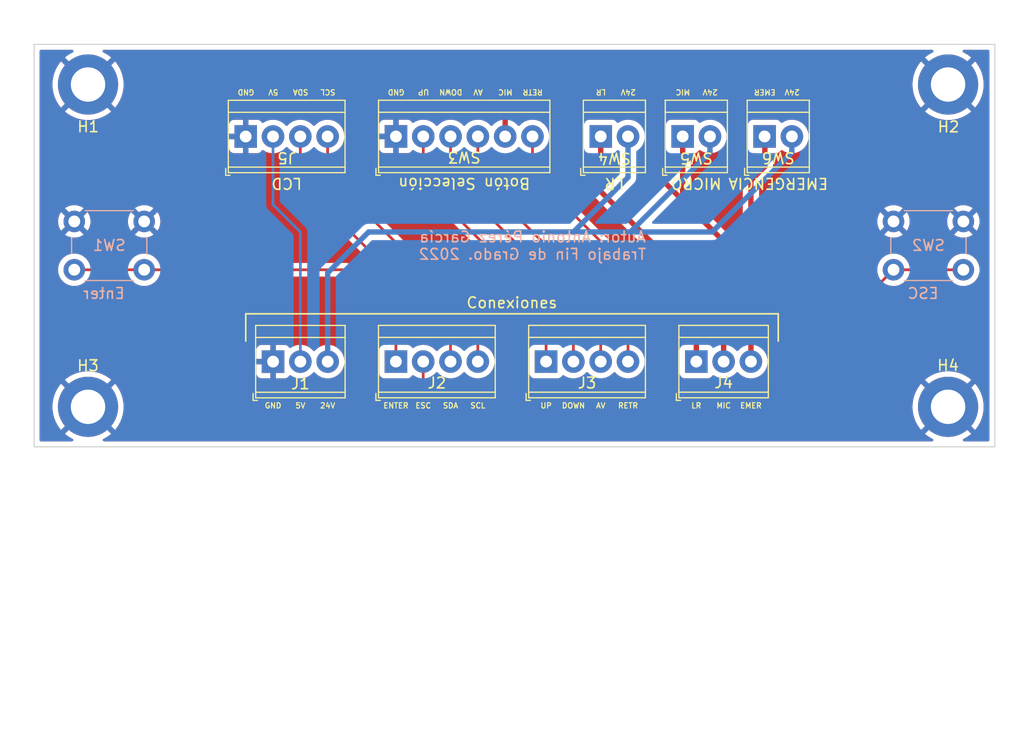
<source format=kicad_pcb>
(kicad_pcb (version 20211014) (generator pcbnew)
  (layers (0 "F.Cu" signal) (31 "B.Cu" signal) (34 "B.Paste" user) (35 "F.Paste" user) (36 "B.SilkS" user "B.Silkscreen") (37 "F.SilkS" user "F.Silkscreen") (38 "B.Mask" user) (39 "F.Mask" user) (44 "Edge.Cuts" user))
  (net 0 "")
  (net 1 "+5V")
  (net 2 "GND")
  (net 3 "+24V")
  (net 4 "ESC")
  (net 5 "ENTER")
  (net 6 "SDA")
  (net 7 "SCL")
  (net 8 "UP")
  (net 9 "DOWN")
  (net 10 "AVANCE")
  (net 11 "RETROCESO")
  (net 12 "LR24V")
  (net 13 "MICRO24V")
  (net 14 "EMER24V")
  (footprint "TerminalBlock_TE-Connectivity:TerminalBlock_TE_282834-6_1x06_P2.54mm_Horizontal" (layer "F.Cu") (at 100.33 59.69)
    (fp_text reference "SW3" (at 6.35 1.926527 180 unlocked) (layer "F.SilkS"))
    (fp_text value "Botón Selección" (at 6.35 4.37 180 unlocked) (layer "F.SilkS"))
    (fp_line (start -1.62 3.37) (end 14.32 3.37) (layer "F.SilkS") (width 0.12))
    (fp_line (start -1.62 2.85) (end 14.32 2.85) (layer "F.SilkS") (width 0.12))
    (fp_line (start 14.32 -3.37) (end 14.32 3.37) (layer "F.SilkS") (width 0.12))
    (fp_line (start -1.86 3.61) (end -1.46 3.61) (layer "F.SilkS") (width 0.12))
    (fp_line (start -1.86 2.97) (end -1.86 3.61) (layer "F.SilkS") (width 0.12))
    (fp_line (start -1.62 -3.37) (end -1.62 3.37) (layer "F.SilkS") (width 0.12))
    (fp_line (start -1.62 -2.25) (end 14.32 -2.25) (layer "F.SilkS") (width 0.12))
    (fp_line (start -1.62 -3.37) (end 14.32 -3.37) (layer "F.SilkS") (width 0.12))
    (pad "1" thru_hole rect (at 0 0) (size 2.1 2.1) (drill 1.1) (layers *.Cu *.Mask) (net 2 "GND"))
    (pad "2" thru_hole circle (at 2.54 0) (size 2.1 2.1) (drill 1.1) (layers *.Cu *.Mask) (net 8 "UP"))
    (pad "3" thru_hole circle (at 5.08 0) (size 2.1 2.1) (drill 1.1) (layers *.Cu *.Mask) (net 9 "DOWN"))
    (pad "4" thru_hole circle (at 7.62 0) (size 2.1 2.1) (drill 1.1) (layers *.Cu *.Mask) (net 10 "AVANCE"))
    (pad "5" thru_hole circle (at 10.16 0) (size 2.1 2.1) (drill 1.1) (layers *.Cu *.Mask) (net 13 "MICRO24V"))
    (pad "6" thru_hole circle (at 12.7 0) (size 2.1 2.1) (drill 1.1) (layers *.Cu *.Mask) (net 11 "RETROCESO"))
  )
  (footprint "MountingHole:MountingHole_3.2mm_M3_DIN965_Pad" (layer "F.Cu") (at 71.688161 84.856054)
    (fp_text reference "H3" (at -0.001133 -3.827717) (layer "F.SilkS"))
    (fp_text value "MountingHole_Pad")
    (pad "1" thru_hole circle (at 0 0) (size 5.6 5.6) (drill 3.2) (layers *.Cu *.Mask) (net 2 "GND"))
  )
  (footprint "MountingHole:MountingHole_3.2mm_M3_DIN965_Pad" (layer "F.Cu") (at 151.688161 84.856054)
    (fp_text reference "H4" (at -0.002705 -3.853783) (layer "F.SilkS"))
    (fp_text value "MountingHole_Pad")
    (pad "1" thru_hole circle (at 0 0) (size 5.6 5.6) (drill 3.2) (layers *.Cu *.Mask) (net 2 "GND"))
  )
  (footprint "TerminalBlock_TE-Connectivity:TerminalBlock_TE_282834-3_1x03_P2.54mm_Horizontal" (layer "F.Cu") (at 128.27 80.645)
    (fp_text reference "J4" (at 2.54 1.970694) (layer "F.SilkS"))
    (fp_text value "Conn_01x03")
    (fp_line (start -1.86 3.61) (end -1.46 3.61) (layer "F.SilkS") (width 0.12))
    (fp_line (start -1.62 -2.25) (end 6.7 -2.25) (layer "F.SilkS") (width 0.12))
    (fp_line (start -1.62 3.37) (end 6.7 3.37) (layer "F.SilkS") (width 0.12))
    (fp_line (start -1.62 2.85) (end 6.7 2.85) (layer "F.SilkS") (width 0.12))
    (fp_line (start -1.62 -3.37) (end 6.7 -3.37) (layer "F.SilkS") (width 0.12))
    (fp_line (start 6.7 -3.37) (end 6.7 3.37) (layer "F.SilkS") (width 0.12))
    (fp_line (start -1.62 -3.37) (end -1.62 3.37) (layer "F.SilkS") (width 0.12))
    (fp_line (start -1.86 2.97) (end -1.86 3.61) (layer "F.SilkS") (width 0.12))
    (pad "1" thru_hole rect (at 0 0) (size 2.1 2.1) (drill 1.1) (layers *.Cu *.Mask) (net 12 "LR24V"))
    (pad "2" thru_hole circle (at 2.54 0) (size 2.1 2.1) (drill 1.1) (layers *.Cu *.Mask) (net 13 "MICRO24V"))
    (pad "3" thru_hole circle (at 5.08 0) (size 2.1 2.1) (drill 1.1) (layers *.Cu *.Mask) (net 14 "EMER24V"))
  )
  (footprint "MountingHole:MountingHole_3.2mm_M3_DIN965_Pad" (layer "F.Cu") (at 71.688161 54.856054)
    (fp_text reference "H1" (at 0.01044 3.93425) (layer "F.SilkS"))
    (fp_text value "MountingHole_Pad")
    (pad "1" thru_hole circle (at 0 0) (size 5.6 5.6) (drill 3.2) (layers *.Cu *.Mask) (net 2 "GND"))
  )
  (footprint "TerminalBlock_TE-Connectivity:TerminalBlock_TE_282834-3_1x03_P2.54mm_Horizontal" (layer "F.Cu") (at 88.9 80.65)
    (fp_text reference "J1" (at 2.54 2.064177) (layer "F.SilkS"))
    (fp_text value "Conn_01x03")
    (fp_line (start -1.86 2.97) (end -1.86 3.61) (layer "F.SilkS") (width 0.12))
    (fp_line (start -1.62 -2.25) (end 6.7 -2.25) (layer "F.SilkS") (width 0.12))
    (fp_line (start -1.86 3.61) (end -1.46 3.61) (layer "F.SilkS") (width 0.12))
    (fp_line (start -1.62 -3.37) (end 6.7 -3.37) (layer "F.SilkS") (width 0.12))
    (fp_line (start 6.7 -3.37) (end 6.7 3.37) (layer "F.SilkS") (width 0.12))
    (fp_line (start -1.62 2.85) (end 6.7 2.85) (layer "F.SilkS") (width 0.12))
    (fp_line (start -1.62 -3.37) (end -1.62 3.37) (layer "F.SilkS") (width 0.12))
    (fp_line (start -1.62 3.37) (end 6.7 3.37) (layer "F.SilkS") (width 0.12))
    (pad "1" thru_hole rect (at 0 0) (size 2.1 2.1) (drill 1.1) (layers *.Cu *.Mask) (net 2 "GND"))
    (pad "2" thru_hole circle (at 2.54 0) (size 2.1 2.1) (drill 1.1) (layers *.Cu *.Mask) (net 1 "+5V"))
    (pad "3" thru_hole circle (at 5.08 0) (size 2.1 2.1) (drill 1.1) (layers *.Cu *.Mask) (net 3 "+24V"))
  )
  (footprint "TerminalBlock_TE-Connectivity:TerminalBlock_TE_282834-2_1x02_P2.54mm_Horizontal" (layer "F.Cu") (at 134.62 59.69)
    (fp_text reference "SW6" (at 1.27 1.983995 180 unlocked) (layer "F.SilkS"))
    (fp_text value "EMERGENCIA" (at 1.27 4.37 180 unlocked) (layer "F.SilkS"))
    (fp_line (start -1.62 3.37) (end 4.16 3.37) (layer "F.SilkS") (width 0.12))
    (fp_line (start -1.86 3.61) (end -1.46 3.61) (layer "F.SilkS") (width 0.12))
    (fp_line (start -1.62 2.85) (end 4.16 2.85) (layer "F.SilkS") (width 0.12))
    (fp_line (start 4.16 -3.37) (end 4.16 3.37) (layer "F.SilkS") (width 0.12))
    (fp_line (start -1.62 -3.37) (end 4.16 -3.37) (layer "F.SilkS") (width 0.12))
    (fp_line (start -1.62 -3.37) (end -1.62 3.37) (layer "F.SilkS") (width 0.12))
    (fp_line (start -1.62 -2.25) (end 4.16 -2.25) (layer "F.SilkS") (width 0.12))
    (fp_line (start -1.86 2.97) (end -1.86 3.61) (layer "F.SilkS") (width 0.12))
    (pad "1" thru_hole rect (at 0 0) (size 2.1 2.1) (drill 1.1) (layers *.Cu *.Mask) (net 14 "EMER24V"))
    (pad "2" thru_hole circle (at 2.54 0) (size 2.1 2.1) (drill 1.1) (layers *.Cu *.Mask) (net 3 "+24V"))
  )
  (footprint "MountingHole:MountingHole_3.2mm_M3_DIN965_Pad" (layer "F.Cu") (at 151.688161 54.856054)
    (fp_text reference "H2" (at 0.040661 3.948744) (layer "F.SilkS"))
    (fp_text value "MountingHole_Pad")
    (pad "1" thru_hole circle (at 0 0) (size 5.6 5.6) (drill 3.2) (layers *.Cu *.Mask) (net 2 "GND"))
  )
  (footprint "TerminalBlock_TE-Connectivity:TerminalBlock_TE_282834-4_1x04_P2.54mm_Horizontal" (layer "F.Cu") (at 86.355 59.695)
    (fp_text reference "J5" (at 3.8105 1.980073 180 unlocked) (layer "F.SilkS"))
    (fp_text value "LCD" (at 3.81 4.37 180 unlocked) (layer "F.SilkS"))
    (fp_line (start -1.62 -3.37) (end 9.241 -3.37) (layer "F.SilkS") (width 0.12))
    (fp_line (start -1.86 3.61) (end -1.46 3.61) (layer "F.SilkS") (width 0.12))
    (fp_line (start 9.241 -3.37) (end 9.241 3.37) (layer "F.SilkS") (width 0.12))
    (fp_line (start -1.86 2.97) (end -1.86 3.61) (layer "F.SilkS") (width 0.12))
    (fp_line (start -1.62 -2.25) (end 9.241 -2.25) (layer "F.SilkS") (width 0.12))
    (fp_line (start -1.62 -3.37) (end -1.62 3.37) (layer "F.SilkS") (width 0.12))
    (fp_line (start -1.62 2.85) (end 9.241 2.85) (layer "F.SilkS") (width 0.12))
    (fp_line (start -1.62 3.37) (end 9.241 3.37) (layer "F.SilkS") (width 0.12))
    (pad "1" thru_hole rect (at 0 0) (size 2.1 2.1) (drill 1.1) (layers *.Cu *.Mask) (net 2 "GND"))
    (pad "2" thru_hole circle (at 2.54 0) (size 2.1 2.1) (drill 1.1) (layers *.Cu *.Mask) (net 1 "+5V"))
    (pad "3" thru_hole circle (at 5.08 0) (size 2.1 2.1) (drill 1.1) (layers *.Cu *.Mask) (net 6 "SDA"))
    (pad "4" thru_hole circle (at 7.62 0) (size 2.1 2.1) (drill 1.1) (layers *.Cu *.Mask) (net 7 "SCL"))
  )
  (footprint "TerminalBlock_TE-Connectivity:TerminalBlock_TE_282834-2_1x02_P2.54mm_Horizontal" (layer "F.Cu") (at 119.38 59.69)
    (fp_text reference "SW4" (at 1.27 2.032962 180 unlocked) (layer "F.SilkS"))
    (fp_text value "LR" (at 1.27 4.37 180 unlocked) (layer "F.SilkS"))
    (fp_line (start -1.62 -2.25) (end 4.16 -2.25) (layer "F.SilkS") (width 0.12))
    (fp_line (start 4.16 -3.37) (end 4.16 3.37) (layer "F.SilkS") (width 0.12))
    (fp_line (start -1.62 -3.37) (end 4.16 -3.37) (layer "F.SilkS") (width 0.12))
    (fp_line (start -1.86 3.61) (end -1.46 3.61) (layer "F.SilkS") (width 0.12))
    (fp_line (start -1.62 2.85) (end 4.16 2.85) (layer "F.SilkS") (width 0.12))
    (fp_line (start -1.86 2.97) (end -1.86 3.61) (layer "F.SilkS") (width 0.12))
    (fp_line (start -1.62 3.37) (end 4.16 3.37) (layer "F.SilkS") (width 0.12))
    (fp_line (start -1.62 -3.37) (end -1.62 3.37) (layer "F.SilkS") (width 0.12))
    (pad "1" thru_hole rect (at 0 0) (size 2.1 2.1) (drill 1.1) (layers *.Cu *.Mask) (net 12 "LR24V"))
    (pad "2" thru_hole circle (at 2.54 0) (size 2.1 2.1) (drill 1.1) (layers *.Cu *.Mask) (net 3 "+24V"))
  )
  (footprint "TerminalBlock_TE-Connectivity:TerminalBlock_TE_282834-2_1x02_P2.54mm_Horizontal" (layer "F.Cu") (at 127 59.69)
    (fp_text reference "SW5" (at 1.27 2.008616 180 unlocked) (layer "F.SilkS"))
    (fp_text value "MICRO" (at 1.27 4.37 180 unlocked) (layer "F.SilkS"))
    (fp_line (start -1.62 2.85) (end 4.16 2.85) (layer "F.SilkS") (width 0.12))
    (fp_line (start -1.86 2.97) (end -1.86 3.61) (layer "F.SilkS") (width 0.12))
    (fp_line (start -1.62 3.37) (end 4.16 3.37) (layer "F.SilkS") (width 0.12))
    (fp_line (start -1.62 -3.37) (end 4.16 -3.37) (layer "F.SilkS") (width 0.12))
    (fp_line (start -1.86 3.61) (end -1.46 3.61) (layer "F.SilkS") (width 0.12))
    (fp_line (start 4.16 -3.37) (end 4.16 3.37) (layer "F.SilkS") (width 0.12))
    (fp_line (start -1.62 -2.25) (end 4.16 -2.25) (layer "F.SilkS") (width 0.12))
    (fp_line (start -1.62 -3.37) (end -1.62 3.37) (layer "F.SilkS") (width 0.12))
    (pad "1" thru_hole rect (at 0 0) (size 2.1 2.1) (drill 1.1) (layers *.Cu *.Mask) (net 13 "MICRO24V"))
    (pad "2" thru_hole circle (at 2.54 0) (size 2.1 2.1) (drill 1.1) (layers *.Cu *.Mask) (net 3 "+24V"))
  )
  (footprint "TerminalBlock_TE-Connectivity:TerminalBlock_TE_282834-4_1x04_P2.54mm_Horizontal" (layer "F.Cu") (at 100.325 80.645)
    (fp_text reference "J2" (at 3.8105 1.995315) (layer "F.SilkS"))
    (fp_text value "Conn_01x04")
    (fp_line (start -1.62 -3.37) (end -1.62 3.37) (layer "F.SilkS") (width 0.12))
    (fp_line (start -1.62 -3.37) (end 9.241 -3.37) (layer "F.SilkS") (width 0.12))
    (fp_line (start -1.86 3.61) (end -1.46 3.61) (layer "F.SilkS") (width 0.12))
    (fp_line (start -1.62 -2.25) (end 9.241 -2.25) (layer "F.SilkS") (width 0.12))
    (fp_line (start -1.86 2.97) (end -1.86 3.61) (layer "F.SilkS") (width 0.12))
    (fp_line (start -1.62 3.37) (end 9.241 3.37) (layer "F.SilkS") (width 0.12))
    (fp_line (start 9.241 -3.37) (end 9.241 3.37) (layer "F.SilkS") (width 0.12))
    (fp_line (start -1.62 2.85) (end 9.241 2.85) (layer "F.SilkS") (width 0.12))
    (pad "1" thru_hole rect (at 0 0) (size 2.1 2.1) (drill 1.1) (layers *.Cu *.Mask) (net 5 "ENTER"))
    (pad "2" thru_hole circle (at 2.54 0) (size 2.1 2.1) (drill 1.1) (layers *.Cu *.Mask) (net 4 "ESC"))
    (pad "3" thru_hole circle (at 5.08 0) (size 2.1 2.1) (drill 1.1) (layers *.Cu *.Mask) (net 6 "SDA"))
    (pad "4" thru_hole circle (at 7.62 0) (size 2.1 2.1) (drill 1.1) (layers *.Cu *.Mask) (net 7 "SCL"))
  )
  (footprint "TerminalBlock_TE-Connectivity:TerminalBlock_TE_282834-4_1x04_P2.54mm_Horizontal" (layer "F.Cu") (at 114.295 80.645)
    (fp_text reference "J3" (at 3.8105 1.995315) (layer "F.SilkS"))
    (fp_text value "Conn_01x04")
    (fp_line (start -1.62 3.37) (end 9.241 3.37) (layer "F.SilkS") (width 0.12))
    (fp_line (start -1.62 -3.37) (end -1.62 3.37) (layer "F.SilkS") (width 0.12))
    (fp_line (start -1.62 2.85) (end 9.241 2.85) (layer "F.SilkS") (width 0.12))
    (fp_line (start -1.62 -3.37) (end 9.241 -3.37) (layer "F.SilkS") (width 0.12))
    (fp_line (start -1.62 -2.25) (end 9.241 -2.25) (layer "F.SilkS") (width 0.12))
    (fp_line (start 9.241 -3.37) (end 9.241 3.37) (layer "F.SilkS") (width 0.12))
    (fp_line (start -1.86 2.97) (end -1.86 3.61) (layer "F.SilkS") (width 0.12))
    (fp_line (start -1.86 3.61) (end -1.46 3.61) (layer "F.SilkS") (width 0.12))
    (pad "1" thru_hole rect (at 0 0) (size 2.1 2.1) (drill 1.1) (layers *.Cu *.Mask) (net 8 "UP"))
    (pad "2" thru_hole circle (at 2.54 0) (size 2.1 2.1) (drill 1.1) (layers *.Cu *.Mask) (net 9 "DOWN"))
    (pad "3" thru_hole circle (at 5.08 0) (size 2.1 2.1) (drill 1.1) (layers *.Cu *.Mask) (net 10 "AVANCE"))
    (pad "4" thru_hole circle (at 7.62 0) (size 2.1 2.1) (drill 1.1) (layers *.Cu *.Mask) (net 11 "RETROCESO"))
  )
  (footprint "Button_Switch_THT:SW_PUSH_6mm_H8mm" (layer "B.Cu") (at 153.11 67.6 180)
    (fp_text reference "SW2" (at 3.25 -2.229432) (layer "B.SilkS") (effects (justify mirror)))
    (fp_text value "ESC" (at 3.75 -6.7) (layer "B.SilkS") (effects (justify mirror)))
    (fp_line (start 6.75 -3) (end 6.75 -1.5) (layer "B.SilkS") (width 0.12))
    (fp_line (start -0.25 -1.5) (end -0.25 -3) (layer "B.SilkS") (width 0.12))
    (fp_line (start 5.5 1) (end 1 1) (layer "B.SilkS") (width 0.12))
    (fp_line (start 1 -5.5) (end 5.5 -5.5) (layer "B.SilkS") (width 0.12))
    (pad "1" thru_hole circle (at 6.5 0 90) (size 2 2) (drill 1.1) (layers *.Cu *.Mask) (net 2 "GND"))
    (pad "1" thru_hole circle (at 0 0 90) (size 2 2) (drill 1.1) (layers *.Cu *.Mask) (net 2 "GND"))
    (pad "2" thru_hole circle (at 0 -4.5 90) (size 2 2) (drill 1.1) (layers *.Cu *.Mask) (net 4 "ESC"))
    (pad "2" thru_hole circle (at 6.5 -4.5 90) (size 2 2) (drill 1.1) (layers *.Cu *.Mask) (net 4 "ESC"))
  )
  (footprint "Button_Switch_THT:SW_PUSH_6mm_H8mm" (layer "B.Cu") (at 76.91 67.6 180)
    (fp_text reference "SW1" (at 3.25 -2.229432) (layer "B.SilkS") (effects (justify mirror)))
    (fp_text value "Enter" (at 3.75 -6.7) (layer "B.SilkS") (effects (justify mirror)))
    (fp_line (start 5.5 1) (end 1 1) (layer "B.SilkS") (width 0.12))
    (fp_line (start -0.25 -1.5) (end -0.25 -3) (layer "B.SilkS") (width 0.12))
    (fp_line (start 1 -5.5) (end 5.5 -5.5) (layer "B.SilkS") (width 0.12))
    (fp_line (start 6.75 -3) (end 6.75 -1.5) (layer "B.SilkS") (width 0.12))
    (pad "1" thru_hole circle (at 6.5 0 90) (size 2 2) (drill 1.1) (layers *.Cu *.Mask) (net 2 "GND"))
    (pad "1" thru_hole circle (at 0 0 90) (size 2 2) (drill 1.1) (layers *.Cu *.Mask) (net 2 "GND"))
    (pad "2" thru_hole circle (at 0 -4.5 90) (size 2 2) (drill 1.1) (layers *.Cu *.Mask) (net 5 "ENTER"))
    (pad "2" thru_hole circle (at 6.5 -4.5 90) (size 2 2) (drill 1.1) (layers *.Cu *.Mask) (net 5 "ENTER"))
  )
  (gr_line (start 86.36 76.2) (end 135.89 76.2) (layer "F.SilkS") (width 0.15))
  (gr_line (start 86.36 78.74) (end 86.36 76.2) (layer "F.SilkS") (width 0.15))
  (gr_line (start 135.89 77.47) (end 135.89 78.74) (layer "F.SilkS") (width 0.15))
  (gr_line (start 135.89 76.2) (end 135.89 77.47) (layer "F.SilkS") (width 0.15))
  (gr_rect (start 156.04 51.12) (end 66.675 88.58) (layer "Edge.Cuts") (width 0.1) (fill none))
  (gr_text "Autor: Antonio Pérez García\nTrabajo Fin de Grado. 2022" (at 113.03 69.85) (layer "B.SilkS") (effects (font (size 1 1)) (justify mirror)))
  (gr_text "GND" (at 88.899999 84.74506) (layer "F.SilkS") (effects (font (size 0.5 0.5) (thickness 0.1))))
  (gr_text "MIC" (at 127.020333 55.564925 180) (layer "F.SilkS") (effects (font (size 0.5 0.5) (thickness 0.1))))
  (gr_text "DOWN" (at 116.839999 84.74506) (layer "F.SilkS") (effects (font (size 0.5 0.5) (thickness 0.1))))
  (gr_text "24V" (at 137.180333 55.564925 180) (layer "F.SilkS") (effects (font (size 0.5 0.5) (thickness 0.1))))
  (gr_text "GND" (at 100.350333 55.564925 180) (layer "F.SilkS") (effects (font (size 0.5 0.5) (thickness 0.1))))
  (gr_text "MIC" (at 130.809999 84.74506) (layer "F.SilkS") (effects (font (size 0.5 0.5) (thickness 0.1))))
  (gr_text "24V" (at 121.940333 55.564925 180) (layer "F.SilkS") (effects (font (size 0.5 0.5) (thickness 0.1))))
  (gr_text "SCL" (at 94.000333 55.564925 180) (layer "F.SilkS") (effects (font (size 0.5 0.5) (thickness 0.1))))
  (gr_text "MIC" (at 110.510333 55.564925 180) (layer "F.SilkS") (effects (font (size 0.5 0.5) (thickness 0.1))))
  (gr_text "5V" (at 91.439999 84.74506) (layer "F.SilkS") (effects (font (size 0.5 0.5) (thickness 0.1))))
  (gr_text "RETR" (at 121.919999 84.74506) (layer "F.SilkS") (effects (font (size 0.5 0.5) (thickness 0.1))))
  (gr_text "ESC" (at 102.869999 84.74506) (layer "F.SilkS") (effects (font (size 0.5 0.5) (thickness 0.1))))
  (gr_text "SCL" (at 107.949999 84.74506) (layer "F.SilkS") (effects (font (size 0.5 0.5) (thickness 0.1))))
  (gr_text "UP" (at 102.890333 55.564925 180) (layer "F.SilkS") (effects (font (size 0.5 0.5) (thickness 0.1))))
  (gr_text "24V" (at 93.979999 84.74506) (layer "F.SilkS") (effects (font (size 0.5 0.5) (thickness 0.1))))
  (gr_text "LR" (at 119.400333 55.564925 180) (layer "F.SilkS") (effects (font (size 0.5 0.5) (thickness 0.1))))
  (gr_text "LR" (at 128.269999 84.74506) (layer "F.SilkS") (effects (font (size 0.5 0.5) (thickness 0.1))))
  (gr_text "24V" (at 129.560333 55.564925 180) (layer "F.SilkS") (effects (font (size 0.5 0.5) (thickness 0.1))))
  (gr_text "RETR" (at 113.050333 55.564925 180) (layer "F.SilkS") (effects (font (size 0.5 0.5) (thickness 0.1))))
  (gr_text "EMER" (at 133.349999 84.74506) (layer "F.SilkS") (effects (font (size 0.5 0.5) (thickness 0.1))))
  (gr_text "GND" (at 86.380333 55.564925 180) (layer "F.SilkS") (effects (font (size 0.5 0.5) (thickness 0.1))))
  (gr_text "ENTER" (at 100.329999 84.74506) (layer "F.SilkS") (effects (font (size 0.5 0.5) (thickness 0.1))))
  (gr_text "DOWN" (at 105.430333 55.564925 180) (layer "F.SilkS") (effects (font (size 0.5 0.5) (thickness 0.1))))
  (gr_text "EMER" (at 134.640333 55.564925 180) (layer "F.SilkS") (effects (font (size 0.5 0.5) (thickness 0.1))))
  (gr_text "AV" (at 119.379999 84.74506) (layer "F.SilkS") (effects (font (size 0.5 0.5) (thickness 0.1))))
  (gr_text "Conexiones" (at 111.118317 75.168979) (layer "F.SilkS") (effects (font (size 1 1))))
  (gr_text "UP" (at 114.299999 84.74506) (layer "F.SilkS") (effects (font (size 0.5 0.5) (thickness 0.1))))
  (gr_text "SDA" (at 91.460333 55.564925 180) (layer "F.SilkS") (effects (font (size 0.5 0.5) (thickness 0.1))))
  (gr_text "AV" (at 107.970333 55.564925 180) (layer "F.SilkS") (effects (font (size 0.5 0.5) (thickness 0.1))))
  (gr_text "5V" (at 88.920333 55.564925 180) (layer "F.SilkS") (effects (font (size 0.5 0.5) (thickness 0.1))))
  (gr_text "SDA" (at 105.409999 84.74506) (layer "F.SilkS") (effects (font (size 0.5 0.5) (thickness 0.1))))
  (segment (start 88.895 59.695) (end 88.895 66.035) (width 0.25) (layer "B.Cu") (net 1))
  (segment (start 91.44 68.58) (end 91.44 80.65) (width 0.25) (layer "B.Cu") (net 1))
  (segment (start 88.895 66.035) (end 91.44 68.58) (width 0.25) (layer "B.Cu") (net 1))
  (segment (start 86.36 59.69) (end 86.355 59.695) (width 0.25) (layer "F.Cu") (net 2))
  (segment (start 129.754924 68.58) (end 137.16 61.174924) (width 0.5) (layer "B.Cu") (net 3))
  (segment (start 93.98 72.39) (end 97.79 68.58) (width 0.5) (layer "B.Cu") (net 3))
  (segment (start 121.92 63.5) (end 121.92 59.69) (width 0.5) (layer "B.Cu") (net 3))
  (segment (start 116.84 68.58) (end 121.92 63.5) (width 0.5) (layer "B.Cu") (net 3))
  (segment (start 122.134924 68.58) (end 129.754924 68.58) (width 0.5) (layer "B.Cu") (net 3))
  (segment (start 97.79 68.58) (end 116.84 68.58) (width 0.5) (layer "B.Cu") (net 3))
  (segment (start 122.134924 68.58) (end 129.54 61.174924) (width 0.5) (layer "B.Cu") (net 3))
  (segment (start 116.84 68.58) (end 122.134924 68.58) (width 0.5) (layer "B.Cu") (net 3))
  (segment (start 137.16 61.174924) (end 137.16 59.69) (width 0.5) (layer "B.Cu") (net 3))
  (segment (start 129.54 61.174924) (end 129.54 59.69) (width 0.5) (layer "B.Cu") (net 3))
  (segment (start 93.98 80.65) (end 93.98 72.39) (width 0.5) (layer "B.Cu") (net 3))
  (segment (start 134.699131 84.010869) (end 146.61 72.1) (width 0.25) (layer "F.Cu") (net 4))
  (segment (start 102.865 83.089002) (end 103.786867 84.010869) (width 0.25) (layer "F.Cu") (net 4))
  (segment (start 153.11 72.1) (end 146.61 72.1) (width 0.25) (layer "F.Cu") (net 4))
  (segment (start 102.865 80.645) (end 102.865 83.089002) (width 0.25) (layer "F.Cu") (net 4))
  (segment (start 103.786867 84.010869) (end 134.699131 84.010869) (width 0.25) (layer "F.Cu") (net 4))
  (segment (start 95.677406 72.1) (end 76.91 72.1) (width 0.25) (layer "F.Cu") (net 5))
  (segment (start 70.41 72.1) (end 76.91 72.1) (width 0.25) (layer "F.Cu") (net 5))
  (segment (start 100.325 80.645) (end 100.325 76.747594) (width 0.25) (layer "F.Cu") (net 5))
  (segment (start 100.325 76.747594) (end 95.677406 72.1) (width 0.25) (layer "F.Cu") (net 5))
  (segment (start 91.435 63.903001) (end 91.435 59.695) (width 0.25) (layer "F.Cu") (net 6))
  (segment (start 105.405 77.873001) (end 91.435 63.903001) (width 0.25) (layer "F.Cu") (net 6))
  (segment (start 105.405 80.645) (end 105.405 77.873001) (width 0.25) (layer "F.Cu") (net 6))
  (segment (start 93.975 63.226038) (end 93.975 59.695) (width 0.25) (layer "F.Cu") (net 7))
  (segment (start 107.945 77.196038) (end 93.975 63.226038) (width 0.25) (layer "F.Cu") (net 7))
  (segment (start 107.945 80.645) (end 107.945 77.196038) (width 0.25) (layer "F.Cu") (net 7))
  (segment (start 114.295 80.645) (end 114.295 75.489291) (width 0.25) (layer "F.Cu") (net 8))
  (segment (start 102.87 64.064291) (end 102.87 59.69) (width 0.25) (layer "F.Cu") (net 8))
  (segment (start 114.295 75.489291) (end 102.87 64.064291) (width 0.25) (layer "F.Cu") (net 8))
  (segment (start 105.41 63.53493) (end 105.41 59.69) (width 0.25) (layer "F.Cu") (net 9))
  (segment (start 116.835 80.645) (end 116.835 74.95993) (width 0.25) (layer "F.Cu") (net 9))
  (segment (start 116.835 74.95993) (end 105.41 63.53493) (width 0.25) (layer "F.Cu") (net 9))
  (segment (start 119.375 80.645) (end 119.375 74.922978) (width 0.25) (layer "F.Cu") (net 10))
  (segment (start 107.95 63.497978) (end 107.95 59.69) (width 0.25) (layer "F.Cu") (net 10))
  (segment (start 119.375 74.922978) (end 107.95 63.497978) (width 0.25) (layer "F.Cu") (net 10))
  (segment (start 121.915 80.645) (end 121.915 72.007465) (width 0.25) (layer "F.Cu") (net 11))
  (segment (start 121.915 72.007465) (end 113.03 63.122465) (width 0.25) (layer "F.Cu") (net 11))
  (segment (start 113.03 63.122465) (end 113.03 59.69) (width 0.25) (layer "F.Cu") (net 11))
  (segment (start 119.38 59.69) (end 119.38 64.819181) (width 0.5) (layer "F.Cu") (net 12))
  (segment (start 119.38 64.819181) (end 128.27 73.709181) (width 0.5) (layer "F.Cu") (net 12))
  (segment (start 128.27 73.709181) (end 128.27 80.645) (width 0.5) (layer "F.Cu") (net 12))
  (segment (start 124.46 63.10391) (end 124.46 58.920578) (width 0.5) (layer "F.Cu") (net 13))
  (segment (start 124.46 58.920578) (end 122.391471 56.852049) (width 0.5) (layer "F.Cu") (net 13))
  (segment (start 111.687529 56.852049) (end 110.49 58.049578) (width 0.5) (layer "F.Cu") (net 13))
  (segment (start 110.49 58.049578) (end 110.49 59.69) (width 0.5) (layer "F.Cu") (net 13))
  (segment (start 127 65.64391) (end 130.81 69.45391) (width 0.5) (layer "F.Cu") (net 13))
  (segment (start 130.81 69.45391) (end 130.81 80.645) (width 0.5) (layer "F.Cu") (net 13))
  (segment (start 127 65.64391) (end 124.46 63.10391) (width 0.5) (layer "F.Cu") (net 13))
  (segment (start 127 59.69) (end 127 65.64391) (width 0.5) (layer "F.Cu") (net 13))
  (segment (start 122.391471 56.852049) (end 111.687529 56.852049) (width 0.5) (layer "F.Cu") (net 13))
  (segment (start 134.646682 62.488495) (end 133.35 63.785177) (width 0.5) (layer "F.Cu") (net 14))
  (segment (start 134.62 59.69) (end 134.646682 59.716682) (width 0.25) (layer "F.Cu") (net 14))
  (segment (start 134.646682 59.716682) (end 134.646682 62.488495) (width 0.5) (layer "F.Cu") (net 14))
  (segment (start 133.35 63.785177) (end 133.35 80.645) (width 0.5) (layer "F.Cu") (net 14))
  (zone (net 2) (net_name "GND") (layers F&B.Cu) (connect_pads (clearance 0.508)) (min_thickness 0.254) (fill yes (thermal_gap 0.508) (thermal_bridge_width 0.508))
    (polygon (pts (xy 158.75 93.98) (xy 63.5 93.98) (xy 63.5 46.99) (xy 158.75 46.99)))
  )
)
</source>
